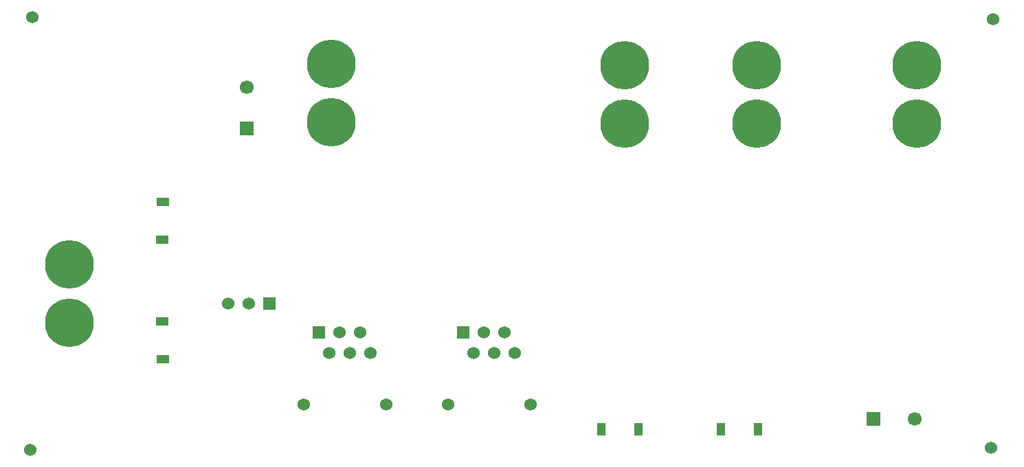
<source format=gbr>
%TF.GenerationSoftware,Altium Limited,Altium Designer,19.1.8 (144)*%
G04 Layer_Color=255*
%FSLAX26Y26*%
%MOIN*%
%TF.FileFunction,Pads,Bot*%
%TF.Part,Single*%
G01*
G75*
%TA.AperFunction,ComponentPad*%
%ADD23R,0.039370X0.059055*%
%ADD24R,0.059055X0.039370*%
%ADD25C,0.236220*%
%ADD26C,0.060000*%
%ADD27R,0.060000X0.060000*%
%ADD28C,0.066929*%
%ADD29R,0.066929X0.066929*%
%ADD30R,0.066929X0.066929*%
%TA.AperFunction,WasherPad*%
%ADD31C,0.060000*%
D23*
X3467559Y210197D02*
D03*
X3648661Y210000D02*
D03*
X3069921Y210197D02*
D03*
X2886850Y210000D02*
D03*
D24*
X760000Y1130000D02*
D03*
X760197Y1311102D02*
D03*
X760000Y732362D02*
D03*
X760197Y549291D02*
D03*
D25*
X4420000Y1975746D02*
D03*
Y1692281D02*
D03*
X3001124Y1975746D02*
D03*
Y1692281D02*
D03*
X1580000Y1983465D02*
D03*
Y1700000D02*
D03*
X3641124Y1975746D02*
D03*
Y1692281D02*
D03*
X310000Y1010000D02*
D03*
Y726535D02*
D03*
D26*
X1080000Y820000D02*
D03*
X1180000D02*
D03*
X1770000Y580000D02*
D03*
X1670000D02*
D03*
X1570000D02*
D03*
X1720000Y680000D02*
D03*
X1620000D02*
D03*
X1845000Y330000D02*
D03*
X1445000D02*
D03*
X2470000Y580000D02*
D03*
X2370000D02*
D03*
X2270000D02*
D03*
X2420000Y680000D02*
D03*
X2320000D02*
D03*
X2545000Y330000D02*
D03*
X2145000D02*
D03*
D27*
X1280000Y820000D02*
D03*
X1520000Y680000D02*
D03*
X2220000D02*
D03*
D28*
X4410000Y260000D02*
D03*
X1170000Y1870000D02*
D03*
D29*
X4210000Y260000D02*
D03*
D30*
X1170000Y1670000D02*
D03*
D31*
X130000Y2210000D02*
D03*
X120000Y110000D02*
D03*
X4790000Y2200000D02*
D03*
X4780000Y120000D02*
D03*
%TF.MD5,9c7863510cdc9d229628ab3a05e360fb*%
M02*

</source>
